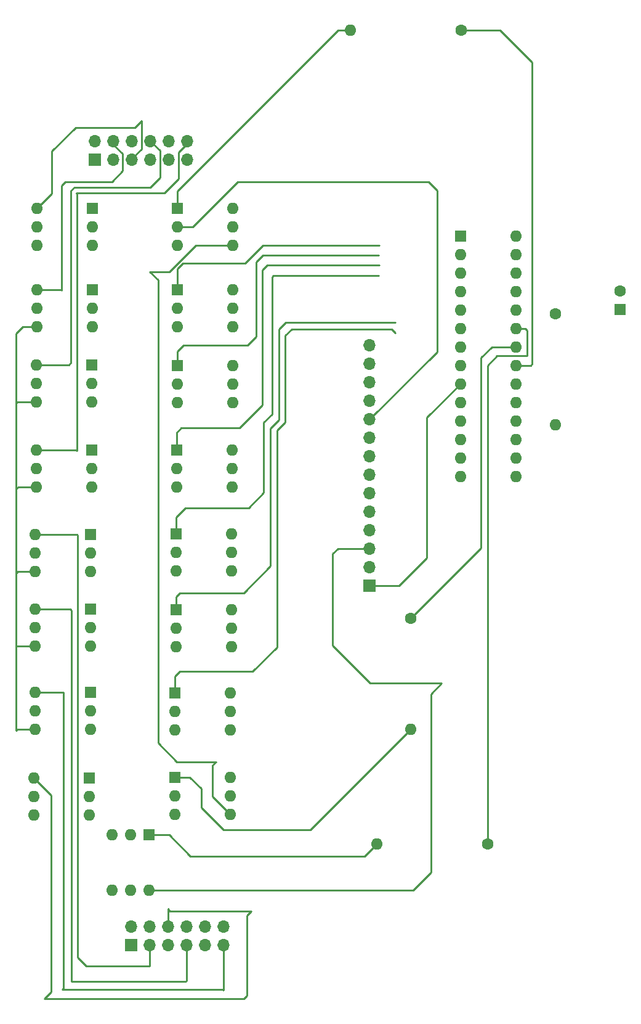
<source format=gbr>
%TF.GenerationSoftware,KiCad,Pcbnew,(5.1.9-0-10_14)*%
%TF.CreationDate,2021-02-14T15:56:36+00:00*%
%TF.ProjectId,solar_mux_1,736f6c61-725f-46d7-9578-5f312e6b6963,rev?*%
%TF.SameCoordinates,Original*%
%TF.FileFunction,Copper,L2,Bot*%
%TF.FilePolarity,Positive*%
%FSLAX46Y46*%
G04 Gerber Fmt 4.6, Leading zero omitted, Abs format (unit mm)*
G04 Created by KiCad (PCBNEW (5.1.9-0-10_14)) date 2021-02-14 15:56:36*
%MOMM*%
%LPD*%
G01*
G04 APERTURE LIST*
%TA.AperFunction,ComponentPad*%
%ADD10R,1.600000X1.600000*%
%TD*%
%TA.AperFunction,ComponentPad*%
%ADD11C,1.600000*%
%TD*%
%TA.AperFunction,ComponentPad*%
%ADD12R,1.700000X1.700000*%
%TD*%
%TA.AperFunction,ComponentPad*%
%ADD13O,1.700000X1.700000*%
%TD*%
%TA.AperFunction,ComponentPad*%
%ADD14O,1.600000X1.600000*%
%TD*%
%TA.AperFunction,Conductor*%
%ADD15C,0.250000*%
%TD*%
G04 APERTURE END LIST*
D10*
%TO.P,C1,1*%
%TO.N,+5V*%
X-185039000Y-124079000D03*
D11*
%TO.P,C1,2*%
%TO.N,GND*%
X-185039000Y-121579000D03*
%TD*%
D12*
%TO.P,J1,1*%
%TO.N,+5V*%
X-219456000Y-162052000D03*
D13*
%TO.P,J1,2*%
%TO.N,+3V3*%
X-219456000Y-159512000D03*
%TO.P,J1,3*%
%TO.N,V_D*%
X-219456000Y-156972000D03*
%TO.P,J1,4*%
%TO.N,SDA*%
X-219456000Y-154432000D03*
%TO.P,J1,5*%
%TO.N,SCL*%
X-219456000Y-151892000D03*
%TO.P,J1,6*%
%TO.N,Net-(J1-Pad6)*%
X-219456000Y-149352000D03*
%TO.P,J1,7*%
%TO.N,MISO*%
X-219456000Y-146812000D03*
%TO.P,J1,8*%
%TO.N,MOSI*%
X-219456000Y-144272000D03*
%TO.P,J1,9*%
%TO.N,SCK*%
X-219456000Y-141732000D03*
%TO.P,J1,10*%
%TO.N,GND*%
X-219456000Y-139192000D03*
%TO.P,J1,11*%
%TO.N,I+*%
X-219456000Y-136652000D03*
%TO.P,J1,12*%
%TO.N,V+*%
X-219456000Y-134112000D03*
%TO.P,J1,13*%
%TO.N,V-*%
X-219456000Y-131572000D03*
%TO.P,J1,14*%
%TO.N,I-*%
X-219456000Y-129032000D03*
%TD*%
D12*
%TO.P,J2,1*%
%TO.N,/I4*%
X-252272800Y-211378800D03*
D13*
%TO.P,J2,2*%
%TO.N,/RSense*%
X-252272800Y-208838800D03*
%TO.P,J2,3*%
%TO.N,/V4*%
X-249732800Y-211378800D03*
%TO.P,J2,4*%
%TO.N,Net-(J2-Pad4)*%
X-249732800Y-208838800D03*
%TO.P,J2,5*%
%TO.N,/I5*%
X-247192800Y-211378800D03*
%TO.P,J2,6*%
%TO.N,/VB*%
X-247192800Y-208838800D03*
%TO.P,J2,7*%
%TO.N,/V5*%
X-244652800Y-211378800D03*
%TO.P,J2,8*%
%TO.N,/IB*%
X-244652800Y-208838800D03*
%TO.P,J2,9*%
%TO.N,/I6*%
X-242112800Y-211378800D03*
%TO.P,J2,10*%
%TO.N,Net-(J2-Pad10)*%
X-242112800Y-208838800D03*
%TO.P,J2,11*%
%TO.N,/V6*%
X-239572800Y-211378800D03*
%TO.P,J2,12*%
%TO.N,Net-(J2-Pad12)*%
X-239572800Y-208838800D03*
%TD*%
%TO.P,J3,12*%
%TO.N,/V3*%
X-244500400Y-100939600D03*
%TO.P,J3,11*%
%TO.N,Net-(J3-Pad11)*%
X-244500400Y-103479600D03*
%TO.P,J3,10*%
%TO.N,/I3*%
X-247040400Y-100939600D03*
%TO.P,J3,9*%
%TO.N,Net-(J3-Pad9)*%
X-247040400Y-103479600D03*
%TO.P,J3,8*%
%TO.N,/V2*%
X-249580400Y-100939600D03*
%TO.P,J3,7*%
%TO.N,/IT*%
X-249580400Y-103479600D03*
%TO.P,J3,6*%
%TO.N,/I2*%
X-252120400Y-100939600D03*
%TO.P,J3,5*%
%TO.N,/VT*%
X-252120400Y-103479600D03*
%TO.P,J3,4*%
%TO.N,/V1*%
X-254660400Y-100939600D03*
%TO.P,J3,3*%
%TO.N,GND*%
X-254660400Y-103479600D03*
%TO.P,J3,2*%
%TO.N,/I1*%
X-257200400Y-100939600D03*
D12*
%TO.P,J3,1*%
%TO.N,GND*%
X-257200400Y-103479600D03*
%TD*%
D11*
%TO.P,R1,1*%
%TO.N,Net-(R1-Pad1)*%
X-206883000Y-85725000D03*
D14*
%TO.P,R1,2*%
%TO.N,/TOP*%
X-222123000Y-85725000D03*
%TD*%
%TO.P,R2,2*%
%TO.N,/BOT*%
X-213817200Y-181737000D03*
D11*
%TO.P,R2,1*%
%TO.N,Net-(R2-Pad1)*%
X-213817200Y-166497000D03*
%TD*%
D14*
%TO.P,R3,2*%
%TO.N,Net-(R3-Pad2)*%
X-193929000Y-139954000D03*
D11*
%TO.P,R3,1*%
%TO.N,+5V*%
X-193929000Y-124714000D03*
%TD*%
%TO.P,R4,1*%
%TO.N,Net-(R4-Pad1)*%
X-203250800Y-197535800D03*
D14*
%TO.P,R4,2*%
%TO.N,/V_D_EN*%
X-218490800Y-197535800D03*
%TD*%
%TO.P,U1,6*%
%TO.N,/VT*%
X-265176000Y-110236000D03*
%TO.P,U1,3*%
%TO.N,Net-(U1-Pad3)*%
X-257556000Y-115316000D03*
%TO.P,U1,5*%
%TO.N,Net-(U1-Pad5)*%
X-265176000Y-112776000D03*
%TO.P,U1,2*%
%TO.N,GND*%
X-257556000Y-112776000D03*
%TO.P,U1,4*%
%TO.N,V-*%
X-265176000Y-115316000D03*
D10*
%TO.P,U1,1*%
%TO.N,/TOP*%
X-257556000Y-110236000D03*
%TD*%
%TO.P,U2,1*%
%TO.N,/P1*%
X-257556000Y-121412000D03*
D14*
%TO.P,U2,4*%
%TO.N,V+*%
X-265176000Y-126492000D03*
%TO.P,U2,2*%
%TO.N,GND*%
X-257556000Y-123952000D03*
%TO.P,U2,5*%
%TO.N,Net-(U2-Pad5)*%
X-265176000Y-123952000D03*
%TO.P,U2,3*%
%TO.N,Net-(U2-Pad3)*%
X-257556000Y-126492000D03*
%TO.P,U2,6*%
%TO.N,/V1*%
X-265176000Y-121412000D03*
%TD*%
%TO.P,U3,6*%
%TO.N,/V2*%
X-265303000Y-131699000D03*
%TO.P,U3,3*%
%TO.N,Net-(U3-Pad3)*%
X-257683000Y-136779000D03*
%TO.P,U3,5*%
%TO.N,Net-(U3-Pad5)*%
X-265303000Y-134239000D03*
%TO.P,U3,2*%
%TO.N,GND*%
X-257683000Y-134239000D03*
%TO.P,U3,4*%
%TO.N,V+*%
X-265303000Y-136779000D03*
D10*
%TO.P,U3,1*%
%TO.N,/P2*%
X-257683000Y-131699000D03*
%TD*%
%TO.P,U4,1*%
%TO.N,/P3*%
X-257619500Y-143383000D03*
D14*
%TO.P,U4,4*%
%TO.N,V+*%
X-265239500Y-148463000D03*
%TO.P,U4,2*%
%TO.N,GND*%
X-257619500Y-145923000D03*
%TO.P,U4,5*%
%TO.N,Net-(U4-Pad5)*%
X-265239500Y-145923000D03*
%TO.P,U4,3*%
%TO.N,Net-(U4-Pad3)*%
X-257619500Y-148463000D03*
%TO.P,U4,6*%
%TO.N,/V3*%
X-265239500Y-143383000D03*
%TD*%
%TO.P,U5,6*%
%TO.N,/V4*%
X-265430000Y-155003500D03*
%TO.P,U5,3*%
%TO.N,Net-(U5-Pad3)*%
X-257810000Y-160083500D03*
%TO.P,U5,5*%
%TO.N,Net-(U5-Pad5)*%
X-265430000Y-157543500D03*
%TO.P,U5,2*%
%TO.N,GND*%
X-257810000Y-157543500D03*
%TO.P,U5,4*%
%TO.N,V+*%
X-265430000Y-160083500D03*
D10*
%TO.P,U5,1*%
%TO.N,/P4*%
X-257810000Y-155003500D03*
%TD*%
%TO.P,U6,1*%
%TO.N,/P5*%
X-257810000Y-165227000D03*
D14*
%TO.P,U6,4*%
%TO.N,V+*%
X-265430000Y-170307000D03*
%TO.P,U6,2*%
%TO.N,GND*%
X-257810000Y-167767000D03*
%TO.P,U6,5*%
%TO.N,Net-(U6-Pad5)*%
X-265430000Y-167767000D03*
%TO.P,U6,3*%
%TO.N,Net-(U6-Pad3)*%
X-257810000Y-170307000D03*
%TO.P,U6,6*%
%TO.N,/V5*%
X-265430000Y-165227000D03*
%TD*%
D10*
%TO.P,U7,1*%
%TO.N,/P6*%
X-257810000Y-176657000D03*
D14*
%TO.P,U7,4*%
%TO.N,V+*%
X-265430000Y-181737000D03*
%TO.P,U7,2*%
%TO.N,GND*%
X-257810000Y-179197000D03*
%TO.P,U7,5*%
%TO.N,Net-(U7-Pad5)*%
X-265430000Y-179197000D03*
%TO.P,U7,3*%
%TO.N,Net-(U7-Pad3)*%
X-257810000Y-181737000D03*
%TO.P,U7,6*%
%TO.N,/V6*%
X-265430000Y-176657000D03*
%TD*%
%TO.P,U10,6*%
%TO.N,/VB*%
X-265633200Y-188417200D03*
%TO.P,U10,3*%
%TO.N,Net-(U10-Pad3)*%
X-258013200Y-193497200D03*
%TO.P,U10,5*%
%TO.N,Net-(U10-Pad5)*%
X-265633200Y-190957200D03*
%TO.P,U10,2*%
%TO.N,GND*%
X-258013200Y-190957200D03*
%TO.P,U10,4*%
%TO.N,V-*%
X-265633200Y-193497200D03*
D10*
%TO.P,U10,1*%
%TO.N,/BOT*%
X-258013200Y-188417200D03*
%TD*%
D14*
%TO.P,U11,6*%
%TO.N,/IT*%
X-238252000Y-110236000D03*
%TO.P,U11,3*%
%TO.N,Net-(U11-Pad3)*%
X-245872000Y-115316000D03*
%TO.P,U11,5*%
%TO.N,Net-(U11-Pad5)*%
X-238252000Y-112776000D03*
%TO.P,U11,2*%
%TO.N,GND*%
X-245872000Y-112776000D03*
%TO.P,U11,4*%
%TO.N,I-*%
X-238252000Y-115316000D03*
D10*
%TO.P,U11,1*%
%TO.N,/TOP*%
X-245872000Y-110236000D03*
%TD*%
%TO.P,U12,1*%
%TO.N,/P1*%
X-245872000Y-121412000D03*
D14*
%TO.P,U12,4*%
%TO.N,I+*%
X-238252000Y-126492000D03*
%TO.P,U12,2*%
%TO.N,GND*%
X-245872000Y-123952000D03*
%TO.P,U12,5*%
%TO.N,Net-(U12-Pad5)*%
X-238252000Y-123952000D03*
%TO.P,U12,3*%
%TO.N,Net-(U12-Pad3)*%
X-245872000Y-126492000D03*
%TO.P,U12,6*%
%TO.N,/I1*%
X-238252000Y-121412000D03*
%TD*%
%TO.P,U13,6*%
%TO.N,/I2*%
X-238252000Y-131826000D03*
%TO.P,U13,3*%
%TO.N,Net-(U13-Pad3)*%
X-245872000Y-136906000D03*
%TO.P,U13,5*%
%TO.N,Net-(U13-Pad5)*%
X-238252000Y-134366000D03*
%TO.P,U13,2*%
%TO.N,GND*%
X-245872000Y-134366000D03*
%TO.P,U13,4*%
%TO.N,I+*%
X-238252000Y-136906000D03*
D10*
%TO.P,U13,1*%
%TO.N,/P2*%
X-245872000Y-131826000D03*
%TD*%
%TO.P,U14,1*%
%TO.N,/P3*%
X-245999000Y-143383000D03*
D14*
%TO.P,U14,4*%
%TO.N,I+*%
X-238379000Y-148463000D03*
%TO.P,U14,2*%
%TO.N,GND*%
X-245999000Y-145923000D03*
%TO.P,U14,5*%
%TO.N,Net-(U14-Pad5)*%
X-238379000Y-145923000D03*
%TO.P,U14,3*%
%TO.N,Net-(U14-Pad3)*%
X-245999000Y-148463000D03*
%TO.P,U14,6*%
%TO.N,/I3*%
X-238379000Y-143383000D03*
%TD*%
%TO.P,U15,6*%
%TO.N,/I4*%
X-238442500Y-154940000D03*
%TO.P,U15,3*%
%TO.N,Net-(U15-Pad3)*%
X-246062500Y-160020000D03*
%TO.P,U15,5*%
%TO.N,Net-(U15-Pad5)*%
X-238442500Y-157480000D03*
%TO.P,U15,2*%
%TO.N,GND*%
X-246062500Y-157480000D03*
%TO.P,U15,4*%
%TO.N,I+*%
X-238442500Y-160020000D03*
D10*
%TO.P,U15,1*%
%TO.N,/P4*%
X-246062500Y-154940000D03*
%TD*%
%TO.P,U16,1*%
%TO.N,/P5*%
X-246062500Y-165290500D03*
D14*
%TO.P,U16,4*%
%TO.N,I+*%
X-238442500Y-170370500D03*
%TO.P,U16,2*%
%TO.N,GND*%
X-246062500Y-167830500D03*
%TO.P,U16,5*%
%TO.N,Net-(U16-Pad5)*%
X-238442500Y-167830500D03*
%TO.P,U16,3*%
%TO.N,Net-(U16-Pad3)*%
X-246062500Y-170370500D03*
%TO.P,U16,6*%
%TO.N,/I5*%
X-238442500Y-165290500D03*
%TD*%
D10*
%TO.P,U17,1*%
%TO.N,/P6*%
X-246227600Y-176733200D03*
D14*
%TO.P,U17,4*%
%TO.N,I+*%
X-238607600Y-181813200D03*
%TO.P,U17,2*%
%TO.N,GND*%
X-246227600Y-179273200D03*
%TO.P,U17,5*%
%TO.N,Net-(U17-Pad5)*%
X-238607600Y-179273200D03*
%TO.P,U17,3*%
%TO.N,Net-(U17-Pad3)*%
X-246227600Y-181813200D03*
%TO.P,U17,6*%
%TO.N,/I6*%
X-238607600Y-176733200D03*
%TD*%
%TO.P,U20,6*%
%TO.N,/IB*%
X-238607600Y-188366400D03*
%TO.P,U20,3*%
%TO.N,Net-(U20-Pad3)*%
X-246227600Y-193446400D03*
%TO.P,U20,5*%
%TO.N,Net-(U20-Pad5)*%
X-238607600Y-190906400D03*
%TO.P,U20,2*%
%TO.N,GND*%
X-246227600Y-190906400D03*
%TO.P,U20,4*%
%TO.N,I-*%
X-238607600Y-193446400D03*
D10*
%TO.P,U20,1*%
%TO.N,/BOT*%
X-246227600Y-188366400D03*
%TD*%
%TO.P,U21,1*%
%TO.N,/V_D_EN*%
X-249783600Y-196265800D03*
D14*
%TO.P,U21,4*%
%TO.N,Net-(U21-Pad4)*%
X-254863600Y-203885800D03*
%TO.P,U21,2*%
%TO.N,GND*%
X-252323600Y-196265800D03*
%TO.P,U21,5*%
%TO.N,/RSense*%
X-252323600Y-203885800D03*
%TO.P,U21,3*%
%TO.N,Net-(U21-Pad3)*%
X-254863600Y-196265800D03*
%TO.P,U21,6*%
%TO.N,V_D*%
X-249783600Y-203885800D03*
%TD*%
D10*
%TO.P,U22,1*%
%TO.N,Net-(RN4-Pad4)*%
X-206938880Y-113979960D03*
D14*
%TO.P,U22,15*%
%TO.N,A0*%
X-199318880Y-146999960D03*
%TO.P,U22,2*%
%TO.N,Net-(RN4-Pad3)*%
X-206938880Y-116519960D03*
%TO.P,U22,16*%
%TO.N,A1*%
X-199318880Y-144459960D03*
%TO.P,U22,3*%
%TO.N,Net-(RN4-Pad2)*%
X-206938880Y-119059960D03*
%TO.P,U22,17*%
%TO.N,A2*%
X-199318880Y-141919960D03*
%TO.P,U22,4*%
%TO.N,Net-(RN4-Pad1)*%
X-206938880Y-121599960D03*
%TO.P,U22,18*%
%TO.N,Net-(R3-Pad2)*%
X-199318880Y-139379960D03*
%TO.P,U22,5*%
%TO.N,Net-(RN1-Pad8)*%
X-206938880Y-124139960D03*
%TO.P,U22,19*%
%TO.N,Net-(U22-Pad19)*%
X-199318880Y-136839960D03*
%TO.P,U22,6*%
%TO.N,Net-(RN1-Pad7)*%
X-206938880Y-126679960D03*
%TO.P,U22,20*%
%TO.N,Net-(U22-Pad20)*%
X-199318880Y-134299960D03*
%TO.P,U22,7*%
%TO.N,Net-(RN1-Pad6)*%
X-206938880Y-129219960D03*
%TO.P,U22,21*%
%TO.N,Net-(R1-Pad1)*%
X-199318880Y-131759960D03*
%TO.P,U22,8*%
%TO.N,Net-(RN1-Pad5)*%
X-206938880Y-131759960D03*
%TO.P,U22,22*%
%TO.N,Net-(R2-Pad1)*%
X-199318880Y-129219960D03*
%TO.P,U22,9*%
%TO.N,+5V*%
X-206938880Y-134299960D03*
%TO.P,U22,23*%
%TO.N,Net-(R4-Pad1)*%
X-199318880Y-126679960D03*
%TO.P,U22,10*%
%TO.N,GND*%
X-206938880Y-136839960D03*
%TO.P,U22,24*%
%TO.N,Net-(U22-Pad24)*%
X-199318880Y-124139960D03*
%TO.P,U22,11*%
%TO.N,~CS*%
X-206938880Y-139379960D03*
%TO.P,U22,25*%
%TO.N,Net-(U22-Pad25)*%
X-199318880Y-121599960D03*
%TO.P,U22,12*%
%TO.N,SCK*%
X-206938880Y-141919960D03*
%TO.P,U22,26*%
%TO.N,Net-(U22-Pad26)*%
X-199318880Y-119059960D03*
%TO.P,U22,13*%
%TO.N,MOSI*%
X-206938880Y-144459960D03*
%TO.P,U22,27*%
%TO.N,Net-(U22-Pad27)*%
X-199318880Y-116519960D03*
%TO.P,U22,14*%
%TO.N,MISO*%
X-206938880Y-146999960D03*
%TO.P,U22,28*%
%TO.N,Net-(U22-Pad28)*%
X-199318880Y-113979960D03*
%TD*%
D15*
%TO.N,I-*%
X-238252000Y-115316000D02*
X-243357400Y-115316000D01*
X-241046000Y-191008000D02*
X-238607600Y-193446400D01*
X-241046000Y-186690000D02*
X-241046000Y-191008000D01*
X-240563400Y-186207400D02*
X-241046000Y-186690000D01*
X-245973600Y-186207400D02*
X-240563400Y-186207400D01*
X-248539000Y-183642000D02*
X-245973600Y-186207400D01*
X-248539000Y-120040400D02*
X-248539000Y-183642000D01*
X-249656600Y-118922800D02*
X-248539000Y-120040400D01*
X-246964200Y-118922800D02*
X-249656600Y-118922800D01*
X-243357400Y-115316000D02*
X-246964200Y-118922800D01*
%TO.N,V+*%
X-265176000Y-126492000D02*
X-267157200Y-126492000D01*
X-267843000Y-181737000D02*
X-265430000Y-181737000D01*
X-268046200Y-181940200D02*
X-267843000Y-181737000D01*
X-268046200Y-127381000D02*
X-268046200Y-136956800D01*
X-268046200Y-136956800D02*
X-268046200Y-148767800D01*
X-268046200Y-148767800D02*
X-268046200Y-160299400D01*
X-268046200Y-160299400D02*
X-268046200Y-170307000D01*
X-268046200Y-170307000D02*
X-268046200Y-181940200D01*
X-267157200Y-126492000D02*
X-268046200Y-127381000D01*
X-265430000Y-170307000D02*
X-268046200Y-170307000D01*
X-268046200Y-170307000D02*
X-268020800Y-170307000D01*
X-268020800Y-170307000D02*
X-268046200Y-170307000D01*
X-265430000Y-160083500D02*
X-267830300Y-160083500D01*
X-267830300Y-160083500D02*
X-268046200Y-160299400D01*
X-265239500Y-148463000D02*
X-267741400Y-148463000D01*
X-267741400Y-148463000D02*
X-268046200Y-148767800D01*
X-265303000Y-136779000D02*
X-267868400Y-136779000D01*
X-267868400Y-136779000D02*
X-268046200Y-136956800D01*
%TO.N,GND*%
X-245872000Y-112776000D02*
X-243789200Y-112776000D01*
X-210159600Y-129895600D02*
X-219456000Y-139192000D01*
X-210159600Y-107721400D02*
X-210159600Y-129895600D01*
X-211328000Y-106553000D02*
X-210159600Y-107721400D01*
X-237566200Y-106553000D02*
X-211328000Y-106553000D01*
X-243789200Y-112776000D02*
X-237566200Y-106553000D01*
%TO.N,V_D*%
X-219456000Y-156972000D02*
X-223824800Y-156972000D01*
X-213487000Y-203885800D02*
X-249783600Y-203885800D01*
X-211023200Y-201422000D02*
X-213487000Y-203885800D01*
X-211023200Y-176885600D02*
X-211023200Y-201422000D01*
X-209550000Y-175412400D02*
X-211023200Y-176885600D01*
X-219354400Y-175412400D02*
X-209550000Y-175412400D01*
X-224510600Y-170256200D02*
X-219354400Y-175412400D01*
X-224510600Y-157657800D02*
X-224510600Y-170256200D01*
X-223824800Y-156972000D02*
X-224510600Y-157657800D01*
%TO.N,+5V*%
X-219456000Y-162052000D02*
X-215392000Y-162052000D01*
X-211556600Y-138917680D02*
X-206938880Y-134299960D01*
X-211556600Y-158216600D02*
X-211556600Y-138917680D01*
X-215392000Y-162052000D02*
X-211556600Y-158216600D01*
%TO.N,/P6*%
X-246227600Y-176733200D02*
X-246227600Y-174498000D01*
X-216458800Y-126771400D02*
X-215950800Y-127279400D01*
X-230174800Y-126771400D02*
X-216458800Y-126771400D01*
X-231089200Y-127685800D02*
X-230174800Y-126771400D01*
X-231089200Y-139598400D02*
X-231089200Y-127685800D01*
X-232206800Y-140716000D02*
X-231089200Y-139598400D01*
X-232206800Y-170459400D02*
X-232206800Y-140716000D01*
X-235559600Y-173812200D02*
X-232206800Y-170459400D01*
X-245541800Y-173812200D02*
X-235559600Y-173812200D01*
X-246227600Y-174498000D02*
X-245541800Y-173812200D01*
%TO.N,/P5*%
X-246062500Y-165290500D02*
X-246062500Y-163512500D01*
X-231013000Y-125907800D02*
X-215874600Y-125907800D01*
X-231876600Y-126771400D02*
X-231013000Y-125907800D01*
X-231876600Y-139268200D02*
X-231876600Y-126771400D01*
X-233070400Y-140462000D02*
X-231876600Y-139268200D01*
X-233070400Y-159334200D02*
X-233070400Y-140462000D01*
X-236753400Y-163017200D02*
X-233070400Y-159334200D01*
X-245567200Y-163017200D02*
X-236753400Y-163017200D01*
X-246062500Y-163512500D02*
X-245567200Y-163017200D01*
%TO.N,/P2*%
X-245872000Y-131826000D02*
X-245872000Y-129819400D01*
X-234111800Y-116662200D02*
X-218236800Y-116662200D01*
X-235051600Y-117602000D02*
X-234111800Y-116662200D01*
X-235051600Y-127787400D02*
X-235051600Y-117602000D01*
X-236270800Y-129006600D02*
X-235051600Y-127787400D01*
X-245059200Y-129006600D02*
X-236270800Y-129006600D01*
X-245872000Y-129819400D02*
X-245059200Y-129006600D01*
%TO.N,/P1*%
X-245872000Y-121412000D02*
X-245872000Y-118541800D01*
X-218160600Y-115265200D02*
X-218109800Y-115316000D01*
X-234086400Y-115265200D02*
X-218160600Y-115265200D01*
X-236575600Y-117754400D02*
X-234086400Y-115265200D01*
X-245084600Y-117754400D02*
X-236575600Y-117754400D01*
X-245872000Y-118541800D02*
X-245084600Y-117754400D01*
%TO.N,/P4*%
X-246062500Y-154940000D02*
X-246062500Y-152590500D01*
X-232638600Y-119405400D02*
X-218186000Y-119405400D01*
X-232867200Y-119634000D02*
X-232638600Y-119405400D01*
X-232867200Y-138480800D02*
X-232867200Y-119634000D01*
X-234010200Y-139623800D02*
X-232867200Y-138480800D01*
X-234010200Y-149275800D02*
X-234010200Y-139623800D01*
X-236067600Y-151333200D02*
X-234010200Y-149275800D01*
X-244805200Y-151333200D02*
X-236067600Y-151333200D01*
X-246062500Y-152590500D02*
X-244805200Y-151333200D01*
%TO.N,/P3*%
X-245999000Y-143383000D02*
X-245999000Y-141020800D01*
X-233502200Y-117983000D02*
X-218135200Y-117983000D01*
X-234162600Y-118643400D02*
X-233502200Y-117983000D01*
X-234162600Y-137210800D02*
X-234162600Y-118643400D01*
X-237312200Y-140360400D02*
X-234162600Y-137210800D01*
X-245338600Y-140360400D02*
X-237312200Y-140360400D01*
X-245999000Y-141020800D02*
X-245338600Y-140360400D01*
%TO.N,/VT*%
X-252120400Y-103479600D02*
X-252120400Y-103378000D01*
X-263118600Y-108178600D02*
X-265176000Y-110236000D01*
X-263118600Y-102362000D02*
X-263118600Y-108178600D01*
X-259842000Y-99085400D02*
X-263118600Y-102362000D01*
X-251714000Y-99085400D02*
X-259842000Y-99085400D01*
X-250825000Y-98196400D02*
X-251714000Y-99085400D01*
X-250825000Y-102082600D02*
X-250825000Y-98196400D01*
X-252120400Y-103378000D02*
X-250825000Y-102082600D01*
%TO.N,/TOP*%
X-245872000Y-110236000D02*
X-245872000Y-107848400D01*
X-223748600Y-85725000D02*
X-222123000Y-85725000D01*
X-245872000Y-107848400D02*
X-223748600Y-85725000D01*
%TO.N,/V1*%
X-254660400Y-100939600D02*
X-254660400Y-101447600D01*
X-261797800Y-121412000D02*
X-265176000Y-121412000D01*
X-261772400Y-121437400D02*
X-261797800Y-121412000D01*
X-261772400Y-107061000D02*
X-261772400Y-121437400D01*
X-261264400Y-106553000D02*
X-261772400Y-107061000D01*
X-254889000Y-106553000D02*
X-261264400Y-106553000D01*
X-253415800Y-105079800D02*
X-254889000Y-106553000D01*
X-253415800Y-102692200D02*
X-253415800Y-105079800D01*
X-254660400Y-101447600D02*
X-253415800Y-102692200D01*
%TO.N,/V2*%
X-265303000Y-131699000D02*
X-260807200Y-131699000D01*
X-248285000Y-102235000D02*
X-249580400Y-100939600D01*
X-248285000Y-105968800D02*
X-248285000Y-102235000D01*
X-249605800Y-107289600D02*
X-248285000Y-105968800D01*
X-260019800Y-107289600D02*
X-249605800Y-107289600D01*
X-260502400Y-107772200D02*
X-260019800Y-107289600D01*
X-260502400Y-131394200D02*
X-260502400Y-107772200D01*
X-260807200Y-131699000D02*
X-260502400Y-131394200D01*
%TO.N,/V3*%
X-244500400Y-100939600D02*
X-244500400Y-101320600D01*
X-259791200Y-143383000D02*
X-265239500Y-143383000D01*
X-259664200Y-143510000D02*
X-259791200Y-143383000D01*
X-259664200Y-108229400D02*
X-259664200Y-143510000D01*
X-259791200Y-108102400D02*
X-259664200Y-108229400D01*
X-247650000Y-108102400D02*
X-259791200Y-108102400D01*
X-245719600Y-106172000D02*
X-247650000Y-108102400D01*
X-245719600Y-102539800D02*
X-245719600Y-106172000D01*
X-244500400Y-101320600D02*
X-245719600Y-102539800D01*
%TO.N,/V4*%
X-249732800Y-211378800D02*
X-249732800Y-214249000D01*
X-259651500Y-155003500D02*
X-265430000Y-155003500D01*
X-259562600Y-155092400D02*
X-259651500Y-155003500D01*
X-259562600Y-213106000D02*
X-259562600Y-155092400D01*
X-258445000Y-214223600D02*
X-259562600Y-213106000D01*
X-249758200Y-214223600D02*
X-258445000Y-214223600D01*
X-249732800Y-214249000D02*
X-249758200Y-214223600D01*
%TO.N,/V5*%
X-265430000Y-165227000D02*
X-260654800Y-165227000D01*
X-244652800Y-216255600D02*
X-244652800Y-211378800D01*
X-244754400Y-216357200D02*
X-244652800Y-216255600D01*
X-260426200Y-216357200D02*
X-244754400Y-216357200D01*
X-260477000Y-216306400D02*
X-260426200Y-216357200D01*
X-260477000Y-165404800D02*
X-260477000Y-216306400D01*
X-260654800Y-165227000D02*
X-260477000Y-165404800D01*
%TO.N,/V6*%
X-239572800Y-211378800D02*
X-239572800Y-217551000D01*
X-261569200Y-176657000D02*
X-265430000Y-176657000D01*
X-261569200Y-217322400D02*
X-261569200Y-176657000D01*
X-261696200Y-217449400D02*
X-261569200Y-217322400D01*
X-239674400Y-217449400D02*
X-261696200Y-217449400D01*
X-239572800Y-217551000D02*
X-239674400Y-217449400D01*
%TO.N,/VB*%
X-247192800Y-208838800D02*
X-247192800Y-206425800D01*
X-263245600Y-190804800D02*
X-265633200Y-188417200D01*
X-263245600Y-217805000D02*
X-263245600Y-190804800D01*
X-264185400Y-218744800D02*
X-263245600Y-217805000D01*
X-236702600Y-218744800D02*
X-264185400Y-218744800D01*
X-236296200Y-218338400D02*
X-236702600Y-218744800D01*
X-236296200Y-207314800D02*
X-236296200Y-218338400D01*
X-235712000Y-206730600D02*
X-236296200Y-207314800D01*
X-246888000Y-206730600D02*
X-235712000Y-206730600D01*
X-247192800Y-206425800D02*
X-246888000Y-206730600D01*
%TO.N,/BOT*%
X-246227600Y-188366400D02*
X-244170200Y-188366400D01*
X-227634800Y-195554600D02*
X-213817200Y-181737000D01*
X-239572800Y-195554600D02*
X-227634800Y-195554600D01*
X-242620800Y-192506600D02*
X-239572800Y-195554600D01*
X-242620800Y-189915800D02*
X-242620800Y-192506600D01*
X-244170200Y-188366400D02*
X-242620800Y-189915800D01*
%TO.N,/V_D_EN*%
X-249783600Y-196265800D02*
X-246989600Y-196265800D01*
X-220116400Y-199161400D02*
X-218490800Y-197535800D01*
X-244094000Y-199161400D02*
X-220116400Y-199161400D01*
X-246989600Y-196265800D02*
X-244094000Y-199161400D01*
%TO.N,Net-(R4-Pad1)*%
X-199318880Y-126679960D02*
X-198028560Y-126679960D01*
X-203250800Y-131800600D02*
X-203250800Y-197535800D01*
X-201930000Y-130479800D02*
X-203250800Y-131800600D01*
X-197789800Y-130479800D02*
X-201930000Y-130479800D01*
X-197764400Y-130454400D02*
X-197789800Y-130479800D01*
X-197764400Y-126944120D02*
X-197764400Y-130454400D01*
X-198028560Y-126679960D02*
X-197764400Y-126944120D01*
%TO.N,Net-(R2-Pad1)*%
X-199318880Y-129219960D02*
X-202651360Y-129219960D01*
X-204165200Y-156845000D02*
X-213817200Y-166497000D01*
X-204165200Y-130733800D02*
X-204165200Y-156845000D01*
X-202651360Y-129219960D02*
X-204165200Y-130733800D01*
%TO.N,Net-(R1-Pad1)*%
X-199318880Y-131759960D02*
X-197297040Y-131759960D01*
X-201549000Y-85725000D02*
X-206883000Y-85725000D01*
X-197104000Y-90170000D02*
X-201549000Y-85725000D01*
X-197104000Y-131566920D02*
X-197104000Y-90170000D01*
X-197297040Y-131759960D02*
X-197104000Y-131566920D01*
%TD*%
M02*

</source>
